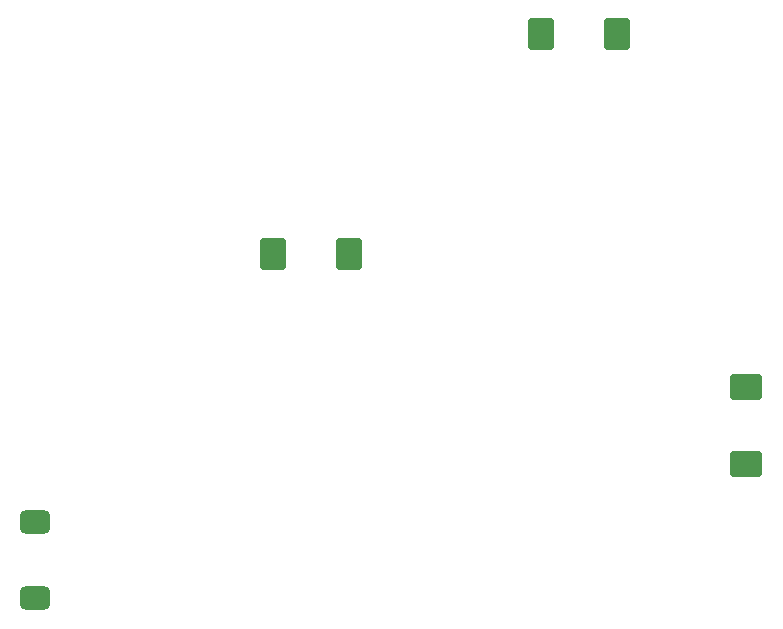
<source format=gbp>
G04*
G04 #@! TF.GenerationSoftware,Altium Limited,Altium Designer,21.0.8 (223)*
G04*
G04 Layer_Color=128*
%FSLAX44Y44*%
%MOMM*%
G71*
G04*
G04 #@! TF.SameCoordinates,AAD5EB2A-8552-457D-BF93-D3A1E0B867CA*
G04*
G04*
G04 #@! TF.FilePolarity,Positive*
G04*
G01*
G75*
G04:AMPARAMS|DCode=18|XSize=2.15mm|YSize=2.7mm|CornerRadius=0.215mm|HoleSize=0mm|Usage=FLASHONLY|Rotation=90.000|XOffset=0mm|YOffset=0mm|HoleType=Round|Shape=RoundedRectangle|*
%AMROUNDEDRECTD18*
21,1,2.1500,2.2700,0,0,90.0*
21,1,1.7200,2.7000,0,0,90.0*
1,1,0.4300,1.1350,0.8600*
1,1,0.4300,1.1350,-0.8600*
1,1,0.4300,-1.1350,-0.8600*
1,1,0.4300,-1.1350,0.8600*
%
%ADD18ROUNDEDRECTD18*%
G04:AMPARAMS|DCode=19|XSize=2.15mm|YSize=2.7mm|CornerRadius=0.215mm|HoleSize=0mm|Usage=FLASHONLY|Rotation=0.000|XOffset=0mm|YOffset=0mm|HoleType=Round|Shape=RoundedRectangle|*
%AMROUNDEDRECTD19*
21,1,2.1500,2.2700,0,0,0.0*
21,1,1.7200,2.7000,0,0,0.0*
1,1,0.4300,0.8600,-1.1350*
1,1,0.4300,-0.8600,-1.1350*
1,1,0.4300,-0.8600,1.1350*
1,1,0.4300,0.8600,1.1350*
%
%ADD19ROUNDEDRECTD19*%
G04:AMPARAMS|DCode=52|XSize=2.6mm|YSize=2mm|CornerRadius=0.5mm|HoleSize=0mm|Usage=FLASHONLY|Rotation=0.000|XOffset=0mm|YOffset=0mm|HoleType=Round|Shape=RoundedRectangle|*
%AMROUNDEDRECTD52*
21,1,2.6000,1.0000,0,0,0.0*
21,1,1.6000,2.0000,0,0,0.0*
1,1,1.0000,0.8000,-0.5000*
1,1,1.0000,-0.8000,-0.5000*
1,1,1.0000,-0.8000,0.5000*
1,1,1.0000,0.8000,0.5000*
%
%ADD52ROUNDEDRECTD52*%
D18*
X25000Y327000D02*
D03*
Y262500D02*
D03*
D19*
X-148000Y626500D02*
D03*
X-83500D02*
D03*
X-375000Y440000D02*
D03*
X-311000D02*
D03*
D52*
X-576500Y149000D02*
D03*
Y213000D02*
D03*
M02*

</source>
